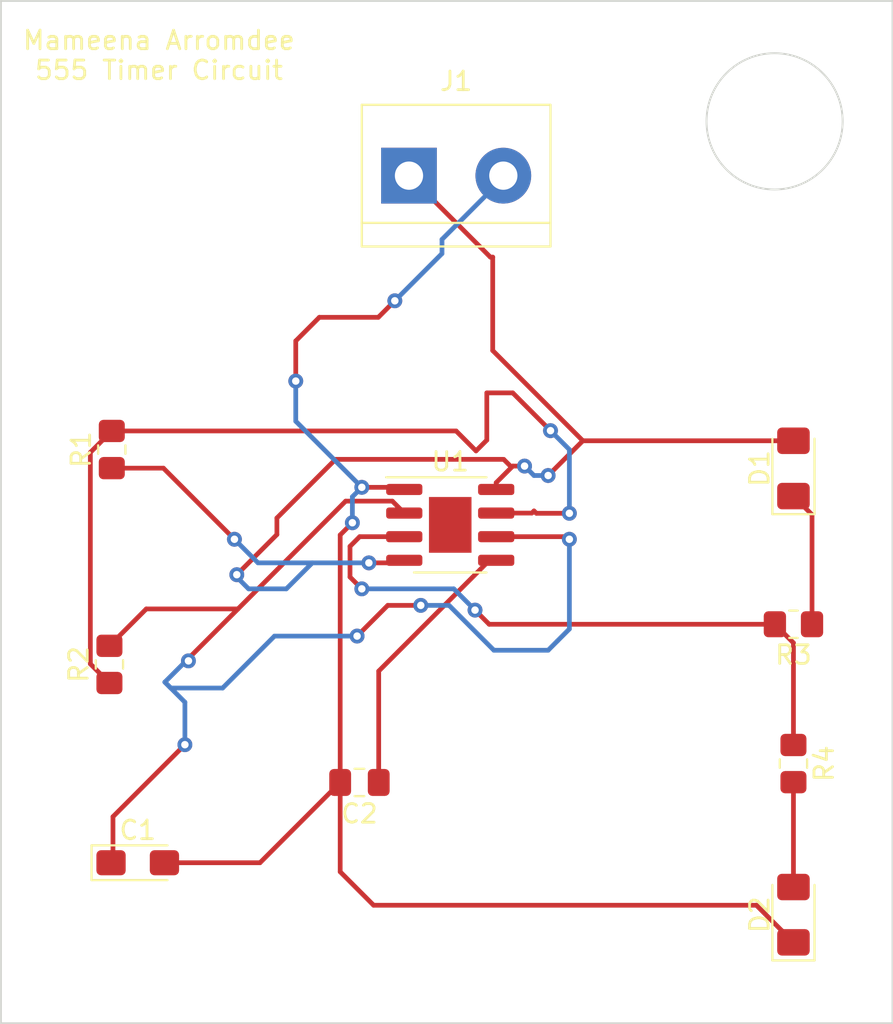
<source format=kicad_pcb>
(kicad_pcb (version 20211014) (generator pcbnew)
  (layers (0 "F.Cu" signal) (31 "B.Cu" signal) (34 "B.Paste" user) (35 "F.Paste" user) (36 "B.SilkS" user "B.Silkscreen") (37 "F.SilkS" user "F.Silkscreen") (38 "B.Mask" user) (39 "F.Mask" user) (44 "Edge.Cuts" user))
  (net 0 "")
  (net 1 "/pin_2")
  (net 2 "GND")
  (net 3 "Net-(C2-Pad1)")
  (net 4 "Net-(D1-Pad1)")
  (net 5 "+9V")
  (net 6 "Net-(D2-Pad2)")
  (net 7 "/pin_7")
  (net 8 "/pin_3")
  (footprint "LED_SMD:LED_1206_3216Metric_Pad1.42x1.75mm_HandSolder" (layer "F.Cu") (at 152.654 106.299 90)
    (fp_text reference "D2" (at 0 -1.82 90) (layer "F.SilkS"))
    (fp_text value "LED")
    (fp_line (start -2.46 1.135) (end 1.6 1.135) (layer "F.SilkS") (width 0.12))
    (fp_line (start 1.6 -1.135) (end -2.46 -1.135) (layer "F.SilkS") (width 0.12))
    (fp_line (start -2.46 -1.135) (end -2.46 1.135) (layer "F.SilkS") (width 0.12))
    (pad "1" smd roundrect (at -1.4875 0 90) (size 1.425 1.75) (layers "F.Cu" "F.Paste" "F.Mask") (roundrect_rratio 0.1754392982) (net 2 "GND"))
    (pad "2" smd roundrect (at 1.4875 0 90) (size 1.425 1.75) (layers "F.Cu" "F.Paste" "F.Mask") (roundrect_rratio 0.1754392982) (net 6 "Net-(D2-Pad2)"))
  )
  (footprint "Resistor_SMD:R_0805_2012Metric_Pad1.20x1.40mm_HandSolder" (layer "F.Cu") (at 152.654 98.171 -90)
    (fp_text reference "R4" (at 0 -1.65 90) (layer "F.SilkS"))
    (fp_text value "1k")
    (fp_line (start -0.227064 0.735) (end 0.227064 0.735) (layer "F.SilkS") (width 0.12))
    (fp_line (start -0.227064 -0.735) (end 0.227064 -0.735) (layer "F.SilkS") (width 0.12))
    (pad "1" smd roundrect (at -1 0 270) (size 1.2 1.4) (layers "F.Cu" "F.Paste" "F.Mask") (roundrect_rratio 0.2083333333) (net 8 "/pin_3"))
    (pad "2" smd roundrect (at 1 0 270) (size 1.2 1.4) (layers "F.Cu" "F.Paste" "F.Mask") (roundrect_rratio 0.2083333333) (net 6 "Net-(D2-Pad2)"))
  )
  (footprint "Package_SO:SOIC-8-1EP_3.9x4.9mm_P1.27mm_EP2.29x3mm" (layer "F.Cu") (at 134.174 85.332)
    (fp_text reference "U1" (at 0 -3.4) (layer "F.SilkS"))
    (fp_text value "NE555D")
    (fp_line (start 0 -2.56) (end -3.45 -2.56) (layer "F.SilkS") (width 0.12))
    (fp_line (start 0 -2.56) (end 1.95 -2.56) (layer "F.SilkS") (width 0.12))
    (fp_line (start 0 2.56) (end 1.95 2.56) (layer "F.SilkS") (width 0.12))
    (fp_line (start 0 2.56) (end -1.95 2.56) (layer "F.SilkS") (width 0.12))
    (pad "1" smd roundrect (at -2.475 -1.905) (size 1.95 0.6) (layers "F.Cu" "F.Paste" "F.Mask") (net 2 "GND"))
    (pad "2" smd roundrect (at -2.475 -0.635) (size 1.95 0.6) (layers "F.Cu" "F.Paste" "F.Mask") (net 1 "/pin_2"))
    (pad "3" smd roundrect (at -2.475 0.635) (size 1.95 0.6) (layers "F.Cu" "F.Paste" "F.Mask") (net 8 "/pin_3"))
    (pad "4" smd roundrect (at -2.475 1.905) (size 1.95 0.6) (layers "F.Cu" "F.Paste" "F.Mask") (net 5 "+9V"))
    (pad "5" smd roundrect (at 2.475 1.905) (size 1.95 0.6) (layers "F.Cu" "F.Paste" "F.Mask") (net 3 "Net-(C2-Pad1)"))
    (pad "6" smd roundrect (at 2.475 0.635) (size 1.95 0.6) (layers "F.Cu" "F.Paste" "F.Mask") (net 1 "/pin_2"))
    (pad "7" smd roundrect (at 2.475 -0.635) (size 1.95 0.6) (layers "F.Cu" "F.Paste" "F.Mask") (net 7 "/pin_7"))
    (pad "8" smd roundrect (at 2.475 -1.905) (size 1.95 0.6) (layers "F.Cu" "F.Paste" "F.Mask") (net 5 "+9V"))
    (pad "9" smd rect (at 0 0) (size 2.29 3) (layers "F.Cu" "F.Mask"))
  )
  (footprint "LED_SMD:LED_1206_3216Metric_Pad1.42x1.75mm_HandSolder" (layer "F.Cu") (at 152.654 82.296 90)
    (fp_text reference "D1" (at 0 -1.82 90) (layer "F.SilkS"))
    (fp_text value "LED")
    (fp_line (start 1.6 -1.135) (end -2.46 -1.135) (layer "F.SilkS") (width 0.12))
    (fp_line (start -2.46 -1.135) (end -2.46 1.135) (layer "F.SilkS") (width 0.12))
    (fp_line (start -2.46 1.135) (end 1.6 1.135) (layer "F.SilkS") (width 0.12))
    (pad "1" smd roundrect (at -1.4875 0 90) (size 1.425 1.75) (layers "F.Cu" "F.Paste" "F.Mask") (roundrect_rratio 0.1754392982) (net 4 "Net-(D1-Pad1)"))
    (pad "2" smd roundrect (at 1.4875 0 90) (size 1.425 1.75) (layers "F.Cu" "F.Paste" "F.Mask") (roundrect_rratio 0.1754392982) (net 5 "+9V"))
  )
  (footprint "Resistor_SMD:R_0805_2012Metric_Pad1.20x1.40mm_HandSolder" (layer "F.Cu") (at 152.654 90.678 180)
    (fp_text reference "R3" (at 0 -1.65) (layer "F.SilkS"))
    (fp_text value "1k")
    (fp_line (start -0.227064 -0.735) (end 0.227064 -0.735) (layer "F.SilkS") (width 0.12))
    (fp_line (start -0.227064 0.735) (end 0.227064 0.735) (layer "F.SilkS") (width 0.12))
    (pad "1" smd roundrect (at -1 0 180) (size 1.2 1.4) (layers "F.Cu" "F.Paste" "F.Mask") (roundrect_rratio 0.2083333333) (net 4 "Net-(D1-Pad1)"))
    (pad "2" smd roundrect (at 1 0 180) (size 1.2 1.4) (layers "F.Cu" "F.Paste" "F.Mask") (roundrect_rratio 0.2083333333) (net 8 "/pin_3"))
  )
  (footprint "TerminalBlock:TerminalBlock_bornier-2_P5.08mm" (layer "F.Cu") (at 131.953 66.548)
    (fp_text reference "J1" (at 2.54 -5.08) (layer "F.SilkS"))
    (fp_text value "Conn_01x02_Male")
    (fp_line (start -2.54 3.81) (end 7.62 3.81) (layer "F.SilkS") (width 0.12))
    (fp_line (start 7.62 2.54) (end -2.54 2.54) (layer "F.SilkS") (width 0.12))
    (fp_line (start -2.54 -3.81) (end -2.54 3.81) (layer "F.SilkS") (width 0.12))
    (fp_line (start 7.62 3.81) (end 7.62 -3.81) (layer "F.SilkS") (width 0.12))
    (fp_line (start 7.62 -3.81) (end -2.54 -3.81) (layer "F.SilkS") (width 0.12))
    (pad "1" thru_hole rect (at 0 0) (size 3 3) (drill 1.52) (layers *.Cu *.Mask) (net 5 "+9V"))
    (pad "2" thru_hole circle (at 5.08 0) (size 3 3) (drill 1.52) (layers *.Cu *.Mask) (net 2 "GND"))
  )
  (footprint "Capacitor_SMD:C_0805_2012Metric_Pad1.18x1.45mm_HandSolder" (layer "F.Cu") (at 129.286 99.187 180)
    (fp_text reference "C2" (at 0 -1.68) (layer "F.SilkS"))
    (fp_text value "0.01µF")
    (fp_line (start -0.261252 0.735) (end 0.261252 0.735) (layer "F.SilkS") (width 0.12))
    (fp_line (start -0.261252 -0.735) (end 0.261252 -0.735) (layer "F.SilkS") (width 0.12))
    (pad "1" smd roundrect (at -1.0375 0 180) (size 1.175 1.45) (layers "F.Cu" "F.Paste" "F.Mask") (roundrect_rratio 0.2127659574) (net 3 "Net-(C2-Pad1)"))
    (pad "2" smd roundrect (at 1.0375 0 180) (size 1.175 1.45) (layers "F.Cu" "F.Paste" "F.Mask") (roundrect_rratio 0.2127659574) (net 2 "GND"))
  )
  (footprint "Capacitor_Tantalum_SMD:CP_EIA-3216-18_Kemet-A_Pad1.58x1.35mm_HandSolder" (layer "F.Cu") (at 117.348 103.505)
    (fp_text reference "C1" (at 0 -1.75) (layer "F.SilkS"))
    (fp_text value "10µF")
    (fp_line (start -2.485 -0.935) (end -2.485 0.935) (layer "F.SilkS") (width 0.12))
    (fp_line (start 1.6 -0.935) (end -2.485 -0.935) (layer "F.SilkS") (width 0.12))
    (fp_line (start -2.485 0.935) (end 1.6 0.935) (layer "F.SilkS") (width 0.12))
    (pad "1" smd roundrect (at -1.4375 0) (size 1.575 1.35) (layers "F.Cu" "F.Paste" "F.Mask") (roundrect_rratio 0.1851851852) (net 1 "/pin_2"))
    (pad "2" smd roundrect (at 1.4375 0) (size 1.575 1.35) (layers "F.Cu" "F.Paste" "F.Mask") (roundrect_rratio 0.1851851852) (net 2 "GND"))
  )
  (footprint "Resistor_SMD:R_0805_2012Metric_Pad1.20x1.40mm_HandSolder" (layer "F.Cu") (at 115.951 81.28 90)
    (fp_text reference "R1" (at 0 -1.65 90) (layer "F.SilkS"))
    (fp_text value "1k")
    (fp_line (start -0.227064 -0.735) (end 0.227064 -0.735) (layer "F.SilkS") (width 0.12))
    (fp_line (start -0.227064 0.735) (end 0.227064 0.735) (layer "F.SilkS") (width 0.12))
    (pad "1" smd roundrect (at -1 0 90) (size 1.2 1.4) (layers "F.Cu" "F.Paste" "F.Mask") (roundrect_rratio 0.2083333333) (net 5 "+9V"))
    (pad "2" smd roundrect (at 1 0 90) (size 1.2 1.4) (layers "F.Cu" "F.Paste" "F.Mask") (roundrect_rratio 0.2083333333) (net 7 "/pin_7"))
  )
  (footprint "Resistor_SMD:R_0805_2012Metric_Pad1.20x1.40mm_HandSolder" (layer "F.Cu") (at 115.824 92.837 90)
    (fp_text reference "R2" (at 0 -1.65 90) (layer "F.SilkS"))
    (fp_text value "10k")
    (fp_line (start -0.227064 -0.735) (end 0.227064 -0.735) (layer "F.SilkS") (width 0.12))
    (fp_line (start -0.227064 0.735) (end 0.227064 0.735) (layer "F.SilkS") (width 0.12))
    (pad "1" smd roundrect (at -1 0 90) (size 1.2 1.4) (layers "F.Cu" "F.Paste" "F.Mask") (roundrect_rratio 0.2083333333) (net 7 "/pin_7"))
    (pad "2" smd roundrect (at 1 0 90) (size 1.2 1.4) (layers "F.Cu" "F.Paste" "F.Mask") (roundrect_rratio 0.2083333333) (net 1 "/pin_2"))
  )
  (gr_circle (center 151.638 63.627) (end 152.527 60.071) (layer "Edge.Cuts") (width 0.1) (fill none))
  (gr_rect (start 109.982 57.15) (end 157.988 112.141) (layer "Edge.Cuts") (width 0.1) (fill none))
  (gr_text "Mameena Arromdee\n555 Timer Circuit" (at 118.491 60.071) (layer "F.SilkS") (effects (font (size 1 1))))
  (segment (start 115.824 91.837) (end 117.8085 89.8525) (width 0.254) (layer "F.Cu") (net 1))
  (segment (start 119.888 97.155) (end 116.0145 101.0285) (width 0.254) (layer "F.Cu") (net 1))
  (segment (start 132.588 89.662) (end 130.81 89.662) (width 0.254) (layer "F.Cu") (net 1))
  (segment (start 122.7455 89.8525) (end 128.544 84.054) (width 0.254) (layer "F.Cu") (net 1))
  (segment (start 130.81 89.662) (end 129.159 91.313) (width 0.254) (layer "F.Cu") (net 1))
  (segment (start 136.649 85.967) (end 140.45 85.967) (width 0.254) (layer "F.Cu") (net 1))
  (segment (start 131.056 84.054) (end 131.699 84.697) (width 0.254) (layer "F.Cu") (net 1))
  (segment (start 116.0145 103.401) (end 115.9105 103.505) (width 0.254) (layer "F.Cu") (net 1))
  (segment (start 128.544 84.054) (end 131.056 84.054) (width 0.254) (layer "F.Cu") (net 1))
  (segment (start 117.8085 89.8525) (end 122.7455 89.8525) (width 0.254) (layer "F.Cu") (net 1))
  (segment (start 116.0145 101.0285) (end 116.0145 103.401) (width 0.254) (layer "F.Cu") (net 1))
  (segment (start 120.015 92.583) (end 122.7455 89.8525) (width 0.254) (layer "F.Cu") (net 1))
  (segment (start 140.45 85.967) (end 140.589 86.106) (width 0.254) (layer "F.Cu") (net 1))
  (via (at 119.888 97.155) (size 0.8) (drill 0.4) (layers "F.Cu" "B.Cu") (net 1))
  (via (at 132.588 89.662) (size 0.8) (drill 0.4) (layers "F.Cu" "B.Cu") (net 1))
  (via (at 120.0785 92.6465) (size 0.8) (drill 0.4) (layers "F.Cu" "B.Cu") (net 1))
  (via (at 129.159 91.313) (size 0.8) (drill 0.4) (layers "F.Cu" "B.Cu") (net 1))
  (via (at 140.589 86.106) (size 0.8) (drill 0.4) (layers "F.Cu" "B.Cu") (net 1))
  (segment (start 119.888 94.869) (end 119.888 97.155) (width 0.254) (layer "B.Cu") (net 1))
  (segment (start 124.714 91.313) (end 121.92 94.107) (width 0.254) (layer "B.Cu") (net 1))
  (segment (start 132.588 89.662) (end 134.112 89.662) (width 0.254) (layer "B.Cu") (net 1))
  (segment (start 139.446 92.075) (end 139.954 91.567) (width 0.254) (layer "B.Cu") (net 1))
  (segment (start 121.92 94.107) (end 119.126 94.107) (width 0.254) (layer "B.Cu") (net 1))
  (segment (start 118.8085 93.7895) (end 119.888 94.869) (width 0.254) (layer "B.Cu") (net 1))
  (segment (start 140.589 90.932) (end 140.589 86.106) (width 0.254) (layer "B.Cu") (net 1))
  (segment (start 120.015 92.583) (end 118.8085 93.7895) (width 0.254) (layer "B.Cu") (net 1))
  (segment (start 136.525 92.075) (end 139.446 92.075) (width 0.254) (layer "B.Cu") (net 1))
  (segment (start 139.954 91.567) (end 140.589 90.932) (width 0.254) (layer "B.Cu") (net 1))
  (segment (start 129.159 91.313) (end 124.714 91.313) (width 0.254) (layer "B.Cu") (net 1))
  (segment (start 134.112 89.662) (end 136.525 92.075) (width 0.254) (layer "B.Cu") (net 1))
  (segment (start 119.126 94.107) (end 118.8085 93.7895) (width 0.254) (layer "B.Cu") (net 1))
  (segment (start 130.302 74.168) (end 127.127 74.168) (width 0.254) (layer "F.Cu") (net 2))
  (segment (start 125.857 75.438) (end 125.857 77.597) (width 0.254) (layer "F.Cu") (net 2))
  (segment (start 131.191 73.279) (end 130.302 74.168) (width 0.254) (layer "F.Cu") (net 2))
  (segment (start 128.2485 99.187) (end 128.2485 103.9915) (width 0.254) (layer "F.Cu") (net 2))
  (segment (start 129.413 83.312) (end 131.584 83.312) (width 0.254) (layer "F.Cu") (net 2))
  (segment (start 127.127 74.168) (end 125.857 75.438) (width 0.254) (layer "F.Cu") (net 2))
  (segment (start 128.2485 103.9915) (end 130.048 105.791) (width 0.254) (layer "F.Cu") (net 2))
  (segment (start 128.2485 99.187) (end 128.2485 85.8735) (width 0.254) (layer "F.Cu") (net 2))
  (segment (start 128.2485 85.8735) (end 128.905 85.217) (width 0.254) (layer "F.Cu") (net 2))
  (segment (start 123.9305 103.505) (end 128.2485 99.187) (width 0.254) (layer "F.Cu") (net 2))
  (segment (start 152.654 107.7865) (end 150.6585 105.791) (width 0.254) (layer "F.Cu") (net 2))
  (segment (start 118.7855 103.505) (end 123.9305 103.505) (width 0.254) (layer "F.Cu") (net 2))
  (segment (start 150.6585 105.791) (end 130.048 105.791) (width 0.254) (layer "F.Cu") (net 2))
  (via (at 125.857 77.597) (size 0.8) (drill 0.4) (layers "F.Cu" "B.Cu") (net 2))
  (via (at 129.413 83.312) (size 0.8) (drill 0.4) (layers "F.Cu" "B.Cu") (net 2))
  (via (at 128.905 85.217) (size 0.8) (drill 0.4) (layers "F.Cu" "B.Cu") (net 2))
  (via (at 131.191 73.279) (size 0.8) (drill 0.4) (layers "F.Cu" "B.Cu") (net 2))
  (segment (start 125.857 77.597) (end 125.857 79.756) (width 0.254) (layer "B.Cu") (net 2))
  (segment (start 128.905 85.217) (end 128.905 83.82) (width 0.254) (layer "B.Cu") (net 2))
  (segment (start 125.857 79.756) (end 129.413 83.312) (width 0.254) (layer "B.Cu") (net 2))
  (segment (start 128.905 83.82) (end 129.413 83.312) (width 0.254) (layer "B.Cu") (net 2))
  (segment (start 133.731 70.739) (end 133.731 69.977) (width 0.254) (layer "B.Cu") (net 2))
  (segment (start 131.191 73.279) (end 133.731 70.739) (width 0.254) (layer "B.Cu") (net 2))
  (segment (start 133.731 69.977) (end 137.16 66.548) (width 0.254) (layer "B.Cu") (net 2))
  (segment (start 136.283 87.237) (end 136.649 87.237) (width 0.254) (layer "F.Cu") (net 3))
  (segment (start 130.3235 93.1965) (end 136.283 87.237) (width 0.254) (layer "F.Cu") (net 3))
  (segment (start 130.3235 99.187) (end 130.3235 93.1965) (width 0.254) (layer "F.Cu") (net 3))
  (segment (start 153.654 90.678) (end 153.654 84.7835) (width 0.254) (layer "F.Cu") (net 4))
  (segment (start 153.654 84.7835) (end 152.654 83.7835) (width 0.254) (layer "F.Cu") (net 4))
  (segment (start 124.841 84.963) (end 127.997 81.807) (width 0.254) (layer "F.Cu") (net 5))
  (segment (start 124.841 85.852) (end 124.841 84.963) (width 0.254) (layer "F.Cu") (net 5))
  (segment (start 136.4615 70.9295) (end 136.4615 75.9555) (width 0.254) (layer "F.Cu") (net 5))
  (segment (start 141.3145 80.8085) (end 139.446 82.677) (width 0.254) (layer "F.Cu") (net 5))
  (segment (start 118.729 82.28) (end 122.555 86.106) (width 0.254) (layer "F.Cu") (net 5))
  (segment (start 137.052 81.807) (end 137.4775 82.2325) (width 0.254) (layer "F.Cu") (net 5))
  (segment (start 136.3345 70.9295) (end 131.953 66.548) (width 0.254) (layer "F.Cu") (net 5))
  (segment (start 136.649 83.061) (end 136.649 83.427) (width 0.254) (layer "F.Cu") (net 5))
  (segment (start 136.4615 75.9555) (end 141.3145 80.8085) (width 0.254) (layer "F.Cu") (net 5))
  (segment (start 138.176 82.169) (end 137.541 82.169) (width 0.254) (layer "F.Cu") (net 5))
  (segment (start 122.682 88.011) (end 124.841 85.852) (width 0.254) (layer "F.Cu") (net 5))
  (segment (start 152.654 80.8085) (end 141.3145 80.8085) (width 0.254) (layer "F.Cu") (net 5))
  (segment (start 137.4775 82.2325) (end 137.541 82.169) (width 0.254) (layer "F.Cu") (net 5))
  (segment (start 136.4615 70.9295) (end 136.3345 70.9295) (width 0.254) (layer "F.Cu") (net 5))
  (segment (start 137.4775 82.2325) (end 136.649 83.061) (width 0.254) (layer "F.Cu") (net 5))
  (segment (start 131.56 87.376) (end 131.699 87.237) (width 0.254) (layer "F.Cu") (net 5))
  (segment (start 129.794 87.376) (end 131.56 87.376) (width 0.254) (layer "F.Cu") (net 5))
  (segment (start 127.997 81.807) (end 137.052 81.807) (width 0.254) (layer "F.Cu") (net 5))
  (segment (start 115.951 82.28) (end 118.729 82.28) (width 0.254) (layer "F.Cu") (net 5))
  (via (at 129.794 87.376) (size 0.8) (drill 0.4) (layers "F.Cu" "B.Cu") (net 5))
  (via (at 138.176 82.169) (size 0.8) (drill 0.4) (layers "F.Cu" "B.Cu") (net 5))
  (via (at 122.555 86.106) (size 0.8) (drill 0.4) (layers "F.Cu" "B.Cu") (net 5))
  (via (at 122.682 88.011) (size 0.8) (drill 0.4) (layers "F.Cu" "B.Cu") (net 5))
  (via (at 139.446 82.677) (size 0.8) (drill 0.4) (layers "F.Cu" "B.Cu") (net 5))
  (segment (start 126.746 87.376) (end 129.794 87.376) (width 0.254) (layer "B.Cu") (net 5))
  (segment (start 138.176 82.169) (end 138.684 82.677) (width 0.254) (layer "B.Cu") (net 5))
  (segment (start 138.684 82.677) (end 139.446 82.677) (width 0.254) (layer "B.Cu") (net 5))
  (segment (start 122.6185 88.0745) (end 123.317 88.773) (width 0.254) (layer "B.Cu") (net 5))
  (segment (start 123.825 87.376) (end 126.746 87.376) (width 0.254) (layer "B.Cu") (net 5))
  (segment (start 122.555 86.106) (end 123.825 87.376) (width 0.254) (layer "B.Cu") (net 5))
  (segment (start 123.317 88.773) (end 125.349 88.773) (width 0.254) (layer "B.Cu") (net 5))
  (segment (start 125.349 88.773) (end 126.746 87.376) (width 0.254) (layer "B.Cu") (net 5))
  (segment (start 152.654 104.8115) (end 152.654 99.171) (width 0.254) (layer "F.Cu") (net 6))
  (segment (start 138.811 84.709) (end 138.684 84.582) (width 0.254) (layer "F.Cu") (net 7))
  (segment (start 115.951 80.28) (end 114.797 81.434) (width 0.254) (layer "F.Cu") (net 7))
  (segment (start 138.569 84.697) (end 136.649 84.697) (width 0.254) (layer "F.Cu") (net 7))
  (segment (start 138.684 84.582) (end 138.569 84.697) (width 0.254) (layer "F.Cu") (net 7))
  (segment (start 114.797 92.81) (end 115.824 93.837) (width 0.254) (layer "F.Cu") (net 7))
  (segment (start 135.563 81.353) (end 136.144 80.772) (width 0.254) (layer "F.Cu") (net 7))
  (segment (start 115.951 80.28) (end 134.49 80.28) (width 0.254) (layer "F.Cu") (net 7))
  (segment (start 140.589 84.709) (end 138.811 84.709) (width 0.254) (layer "F.Cu") (net 7))
  (segment (start 114.797 81.434) (end 114.797 92.81) (width 0.254) (layer "F.Cu") (net 7))
  (segment (start 136.144 78.232) (end 137.541 78.232) (width 0.254) (layer "F.Cu") (net 7))
  (segment (start 134.49 80.28) (end 135.563 81.353) (width 0.254) (layer "F.Cu") (net 7))
  (segment (start 136.144 80.772) (end 136.144 78.232) (width 0.254) (layer "F.Cu") (net 7))
  (segment (start 137.541 78.232) (end 139.573 80.264) (width 0.254) (layer "F.Cu") (net 7))
  (via (at 139.573 80.264) (size 0.8) (drill 0.4) (layers "F.Cu" "B.Cu") (net 7))
  (via (at 140.589 84.709) (size 0.8) (drill 0.4) (layers "F.Cu" "B.Cu") (net 7))
  (segment (start 140.589 81.28) (end 140.589 84.709) (width 0.254) (layer "B.Cu") (net 7))
  (segment (start 139.573 80.264) (end 140.589 81.28) (width 0.254) (layer "B.Cu") (net 7))
  (segment (start 129.298 85.967) (end 131.699 85.967) (width 0.254) (layer "F.Cu") (net 8))
  (segment (start 128.778 88.138) (end 128.778 86.487) (width 0.254) (layer "F.Cu") (net 8))
  (segment (start 136.271 90.678) (end 135.509 89.916) (width 0.254) (layer "F.Cu") (net 8))
  (segment (start 152.654 97.171) (end 152.654 91.678) (width 0.254) (layer "F.Cu") (net 8))
  (segment (start 128.778 86.487) (end 129.298 85.967) (width 0.254) (layer "F.Cu") (net 8))
  (segment (start 151.654 90.678) (end 136.271 90.678) (width 0.254) (layer "F.Cu") (net 8))
  (segment (start 129.413 88.773) (end 128.778 88.138) (width 0.254) (layer "F.Cu") (net 8))
  (segment (start 152.654 91.678) (end 151.654 90.678) (width 0.254) (layer "F.Cu") (net 8))
  (via (at 129.413 88.773) (size 0.8) (drill 0.4) (layers "F.Cu" "B.Cu") (net 8))
  (via (at 135.509 89.916) (size 0.8) (drill 0.4) (layers "F.Cu" "B.Cu") (net 8))
  (segment (start 134.366 88.773) (end 129.413 88.773) (width 0.254) (layer "B.Cu") (net 8))
  (segment (start 135.509 89.916) (end 134.366 88.773) (width 0.254) (layer "B.Cu") (net 8))
)
</source>
